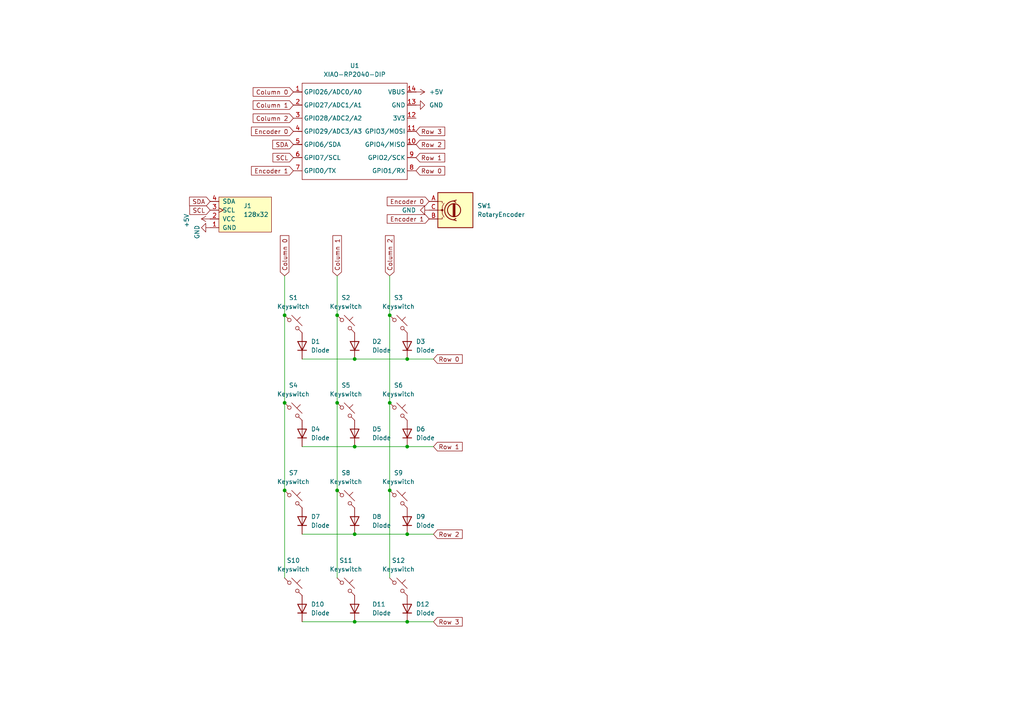
<source format=kicad_sch>
(kicad_sch (version 20231120) (generator "eeschema") (generator_version "8.0")
  (paper "A4")
  (lib_symbols
    (symbol "Device:RotaryEncoder" (pin_names (offset 0.254) hide)
      (property "Reference" "SW" (at 0 6.604 0))
      (property "Value" "RotaryEncoder" (at 0 -6.604 0))
      (symbol "RotaryEncoder_0_1"
        (rectangle (start -5.08 5.08) (end 5.08 -5.08) (stroke (width 0.254)) (fill (type background)))
        (circle (center -3.81 0) (radius 0.254) (fill (type outline)))
        (circle (center -0.381 0) (radius 1.905) (stroke (width 0.254)))
        (arc (start -0.381 2.667) (mid -3.0988 -0.0635) (end -0.381 -2.794) (stroke (width 0.254)))
        (polyline (pts (xy -0.635 -1.778) (xy -0.635 1.778)) (stroke (width 0.254)))
        (polyline (pts (xy -0.381 -1.778) (xy -0.381 1.778)) (stroke (width 0.254)))
        (polyline (pts (xy -0.127 1.778) (xy -0.127 -1.778)) (stroke (width 0.254)))
        (polyline (pts (xy -5.08 -2.54) (xy -3.81 -2.54) (xy -3.81 -2.032)))
        (polyline (pts (xy -5.08 2.54) (xy -3.81 2.54) (xy -3.81 2.032)))
        (polyline (pts (xy 0.254 -3.048) (xy -0.508 -2.794) (xy 0.127 -2.413)) (stroke (width 0.254)))
        (polyline (pts (xy 0.254 2.921) (xy -0.508 2.667) (xy 0.127 2.286)) (stroke (width 0.254)))
        (polyline (pts (xy -5.08 0) (xy -3.81 0) (xy -3.81 -1.016) (xy -3.302 -2.032)))
        (polyline (pts (xy -4.318 0) (xy -3.81 0) (xy -3.81 1.016) (xy -3.302 2.032)))
      )
      (symbol "RotaryEncoder_1_1"
        (pin passive line (at -7.62 2.54 0) (length 2.54) (name "A") (number "A"))
        (pin passive line (at -7.62 -2.54 0) (length 2.54) (name "B") (number "B"))
        (pin passive line (at -7.62 0 0) (length 2.54) (name "C") (number "C"))
      )
    )
    (symbol "OPL:XIAO-RP2040-DIP"
      (property "Reference" "U" (at 0 0 0))
      (property "Value" "XIAO-RP2040-DIP" (at 5.334 -1.778 0))
      (symbol "XIAO-RP2040-DIP_1_0"
        (polyline (pts (xy -1.27 -30.48) (xy -1.27 -16.51)) (stroke (width 0.1524)))
        (polyline (pts (xy -1.27 -27.94) (xy -2.54 -27.94)) (stroke (width 0.1524)))
        (polyline (pts (xy -1.27 -24.13) (xy -2.54 -24.13)) (stroke (width 0.1524)))
        (polyline (pts (xy -1.27 -20.32) (xy -2.54 -20.32)) (stroke (width 0.1524)))
        (polyline (pts (xy -1.27 -16.51) (xy -2.54 -16.51)) (stroke (width 0.1524)))
        (polyline (pts (xy -1.27 -16.51) (xy -1.27 -12.7)) (stroke (width 0.1524)))
        (polyline (pts (xy -1.27 -12.7) (xy -2.54 -12.7)) (stroke (width 0.1524)))
        (polyline (pts (xy -1.27 -12.7) (xy -1.27 -8.89)) (stroke (width 0.1524)))
        (polyline (pts (xy -1.27 -8.89) (xy -2.54 -8.89)) (stroke (width 0.1524)))
        (polyline (pts (xy -1.27 -8.89) (xy -1.27 -5.08)) (stroke (width 0.1524)))
        (polyline (pts (xy -1.27 -5.08) (xy -2.54 -5.08)) (stroke (width 0.1524)))
        (polyline (pts (xy -1.27 -5.08) (xy -1.27 -2.54)) (stroke (width 0.1524)))
        (polyline (pts (xy -1.27 -2.54) (xy 29.21 -2.54)) (stroke (width 0.1524)))
        (polyline (pts (xy 29.21 -30.48) (xy -1.27 -30.48)) (stroke (width 0.1524)))
        (polyline (pts (xy 29.21 -12.7) (xy 29.21 -30.48)) (stroke (width 0.1524)))
        (polyline (pts (xy 29.21 -8.89) (xy 29.21 -12.7)) (stroke (width 0.1524)))
        (polyline (pts (xy 29.21 -5.08) (xy 29.21 -8.89)) (stroke (width 0.1524)))
        (polyline (pts (xy 29.21 -2.54) (xy 29.21 -5.08)) (stroke (width 0.1524)))
        (polyline (pts (xy 30.48 -27.94) (xy 29.21 -27.94)) (stroke (width 0.1524)))
        (polyline (pts (xy 30.48 -24.13) (xy 29.21 -24.13)) (stroke (width 0.1524)))
        (polyline (pts (xy 30.48 -20.32) (xy 29.21 -20.32)) (stroke (width 0.1524)))
        (polyline (pts (xy 30.48 -16.51) (xy 29.21 -16.51)) (stroke (width 0.1524)))
        (polyline (pts (xy 30.48 -12.7) (xy 29.21 -12.7)) (stroke (width 0.1524)))
        (polyline (pts (xy 30.48 -8.89) (xy 29.21 -8.89)) (stroke (width 0.1524)))
        (polyline (pts (xy 30.48 -5.08) (xy 29.21 -5.08)) (stroke (width 0.1524)))
        (pin passive line (at -3.81 -5.08 0) (length 2.54) (name "GPIO26/ADC0/A0") (number "1"))
        (pin passive line (at 31.75 -20.32 180) (length 2.54) (name "GPIO4/MISO") (number "10"))
        (pin passive line (at 31.75 -16.51 180) (length 2.54) (name "GPIO3/MOSI") (number "11"))
        (pin passive line (at 31.75 -12.7 180) (length 2.54) (name "3V3") (number "12"))
        (pin passive line (at 31.75 -8.89 180) (length 2.54) (name "GND") (number "13"))
        (pin passive line (at 31.75 -5.08 180) (length 2.54) (name "VBUS") (number "14"))
        (pin passive line (at -3.81 -8.89 0) (length 2.54) (name "GPIO27/ADC1/A1") (number "2"))
        (pin passive line (at -3.81 -12.7 0) (length 2.54) (name "GPIO28/ADC2/A2") (number "3"))
        (pin passive line (at -3.81 -16.51 0) (length 2.54) (name "GPIO29/ADC3/A3") (number "4"))
        (pin passive line (at -3.81 -20.32 0) (length 2.54) (name "GPIO6/SDA") (number "5"))
        (pin passive line (at -3.81 -24.13 0) (length 2.54) (name "GPIO7/SCL") (number "6"))
        (pin passive line (at -3.81 -27.94 0) (length 2.54) (name "GPIO0/TX") (number "7"))
        (pin passive line (at 31.75 -27.94 180) (length 2.54) (name "GPIO1/RX") (number "8"))
        (pin passive line (at 31.75 -24.13 180) (length 2.54) (name "GPIO2/SCK") (number "9"))
      )
    )
    (symbol "ScottoKeebs:OLED_128x32" (pin_names (offset 1.016))
      (property "Reference" "J" (at 0 -6.35 0))
      (property "Value" "OLED_128x32" (at 0 6.35 0))
      (symbol "OLED_128x32_0_1"
        (rectangle (start 0 5.08) (end 15.24 -5.08) (fill (type background)))
      )
      (symbol "OLED_128x32_1_1"
        (pin power_in line (at -2.54 -3.81 0) (length 2.54) (name "GND") (number "1"))
        (pin power_in line (at -2.54 -1.27 0) (length 2.54) (name "VCC") (number "2"))
        (pin input clock (at -2.54 1.27 0) (length 2.54) (name "SCL") (number "3"))
        (pin bidirectional line (at -2.54 3.81 0) (length 2.54) (name "SDA") (number "4"))
      )
    )
    (symbol "ScottoKeebs:Placeholder_Diode" (pin_numbers hide) (pin_names hide)
      (property "Reference" "D" (at 0 2.54 0))
      (property "Value" "Diode" (at 0 -2.54 0))
      (symbol "Placeholder_Diode_0_1"
        (polyline (pts (xy -1.27 1.27) (xy -1.27 -1.27)) (stroke (width 0.254)))
        (polyline (pts (xy 1.27 0) (xy -1.27 0)))
        (polyline (pts (xy 1.27 1.27) (xy 1.27 -1.27) (xy -1.27 0) (xy 1.27 1.27)) (stroke (width 0.254)))
      )
      (symbol "Placeholder_Diode_1_1"
        (pin passive line (at -3.81 0 0) (length 2.54) (name "K") (number "1"))
        (pin passive line (at 3.81 0 180) (length 2.54) (name "A") (number "2"))
      )
    )
    (symbol "ScottoKeebs:Placeholder_Keyswitch" (pin_numbers hide) (pin_names (offset 1.016) hide)
      (property "Reference" "S" (at 3.048 1.016 0))
      (property "Value" "Keyswitch" (at 0 -3.81 0))
      (symbol "Placeholder_Keyswitch_0_1"
        (circle (center -1.1684 1.1684) (radius 0.508))
        (polyline (pts (xy -0.508 2.54) (xy 2.54 -0.508)))
        (polyline (pts (xy 1.016 1.016) (xy 2.032 2.032)))
        (polyline (pts (xy -2.54 2.54) (xy -1.524 1.524) (xy -1.524 1.524)))
        (polyline (pts (xy 1.524 -1.524) (xy 2.54 -2.54) (xy 2.54 -2.54) (xy 2.54 -2.54)))
        (circle (center 1.143 -1.1938) (radius 0.508))
        (pin passive line (at -2.54 2.54 0) (length 0) (name "1") (number "1"))
        (pin passive line (at 2.54 -2.54 180) (length 0) (name "2") (number "2"))
      )
    )
    (symbol "power:+5V" (power) (pin_numbers hide) (pin_names (offset 0) hide)
      (property "Value" "+5V" (at 0 3.556 0))
      (symbol "+5V_0_1"
        (polyline (pts (xy -0.762 1.27) (xy 0 2.54)))
        (polyline (pts (xy 0 0) (xy 0 2.54)))
        (polyline (pts (xy 0 2.54) (xy 0.762 1.27)))
      )
      (symbol "+5V_1_1"
        (pin power_in line (at 0 0 90) (length 0) (name "~") (number "1"))
      )
    )
    (symbol "power:GND" (power) (pin_numbers hide) (pin_names (offset 0) hide)
      (property "Value" "GND" (at 0 -3.81 0))
      (symbol "GND_0_1"
        (polyline (pts (xy 0 0) (xy 0 -1.27) (xy 1.27 -1.27) (xy 0 -2.54) (xy -1.27 -1.27) (xy 0 -1.27)))
      )
      (symbol "GND_1_1"
        (pin power_in line (at 0 0 270) (length 0) (name "~") (number "1"))
      )
    )
  )
  (junction (at 118.11 104.14))
  (junction (at 97.79 116.84))
  (junction (at 82.55 142.24))
  (junction (at 82.55 116.84))
  (junction (at 102.87 180.34))
  (junction (at 118.11 154.94))
  (junction (at 118.11 180.34))
  (junction (at 118.11 129.54))
  (junction (at 82.55 91.44))
  (junction (at 102.87 104.14))
  (junction (at 113.03 91.44))
  (junction (at 97.79 91.44))
  (junction (at 97.79 142.24))
  (junction (at 102.87 154.94))
  (junction (at 113.03 142.24))
  (junction (at 113.03 116.84))
  (junction (at 102.87 129.54))
  (wire (pts (xy 87.63 129.54) (xy 102.87 129.54)))
  (wire (pts (xy 97.79 91.44) (xy 97.79 116.84)))
  (wire (pts (xy 87.63 104.14) (xy 102.87 104.14)))
  (wire (pts (xy 97.79 80.01) (xy 97.79 91.44)))
  (wire (pts (xy 82.55 116.84) (xy 82.55 142.24)))
  (wire (pts (xy 102.87 154.94) (xy 118.11 154.94)))
  (wire (pts (xy 102.87 104.14) (xy 118.11 104.14)))
  (wire (pts (xy 87.63 154.94) (xy 102.87 154.94)))
  (wire (pts (xy 102.87 129.54) (xy 118.11 129.54)))
  (wire (pts (xy 113.03 91.44) (xy 113.03 116.84)))
  (wire (pts (xy 118.11 129.54) (xy 125.73 129.54)))
  (wire (pts (xy 113.03 80.01) (xy 113.03 91.44)))
  (wire (pts (xy 113.03 116.84) (xy 113.03 142.24)))
  (wire (pts (xy 87.63 180.34) (xy 102.87 180.34)))
  (wire (pts (xy 113.03 142.24) (xy 113.03 167.64)))
  (wire (pts (xy 82.55 91.44) (xy 82.55 116.84)))
  (wire (pts (xy 82.55 80.01) (xy 82.55 91.44)))
  (wire (pts (xy 118.11 180.34) (xy 125.73 180.34)))
  (wire (pts (xy 118.11 104.14) (xy 125.73 104.14)))
  (wire (pts (xy 97.79 116.84) (xy 97.79 142.24)))
  (wire (pts (xy 97.79 142.24) (xy 97.79 167.64)))
  (wire (pts (xy 82.55 142.24) (xy 82.55 167.64)))
  (wire (pts (xy 102.87 180.34) (xy 118.11 180.34)))
  (wire (pts (xy 118.11 154.94) (xy 125.73 154.94)))
  (global_label "Column 1" (shape input) (at 97.79 80.01 90) (property "Intersheetrefs" "${INTERSHEET_REFS}" (effects (hide yes))))
  (global_label "Row 2" (shape input) (at 125.73 154.94 0) (property "Intersheetrefs" "${INTERSHEET_REFS}" (effects (hide yes))))
  (global_label "SCL" (shape input) (at 60.96 60.96 180) (property "Intersheetrefs" "${INTERSHEET_REFS}" (effects (hide yes))))
  (global_label "Encoder 1" (shape input) (at 85.09 49.53 180) (property "Intersheetrefs" "${INTERSHEET_REFS}" (effects (hide yes))))
  (global_label "Column 1" (shape input) (at 85.09 30.48 180) (property "Intersheetrefs" "${INTERSHEET_REFS}" (effects (hide yes))))
  (global_label "SCL" (shape input) (at 85.09 45.72 180) (property "Intersheetrefs" "${INTERSHEET_REFS}" (effects (hide yes))))
  (global_label "SDA" (shape input) (at 60.96 58.42 180) (property "Intersheetrefs" "${INTERSHEET_REFS}" (effects (hide yes))))
  (global_label "Encoder 0" (shape input) (at 85.09 38.1 180) (property "Intersheetrefs" "${INTERSHEET_REFS}" (effects (hide yes))))
  (global_label "Row 1" (shape input) (at 125.73 129.54 0) (property "Intersheetrefs" "${INTERSHEET_REFS}" (effects (hide yes))))
  (global_label "Row 3" (shape input) (at 125.73 180.34 0) (property "Intersheetrefs" "${INTERSHEET_REFS}" (effects (hide yes))))
  (global_label "Column 2" (shape input) (at 113.03 80.01 90) (property "Intersheetrefs" "${INTERSHEET_REFS}" (effects (hide yes))))
  (global_label "Column 2" (shape input) (at 85.09 34.29 180) (property "Intersheetrefs" "${INTERSHEET_REFS}" (effects (hide yes))))
  (global_label "SDA" (shape input) (at 85.09 41.91 180) (property "Intersheetrefs" "${INTERSHEET_REFS}" (effects (hide yes))))
  (global_label "Row 2" (shape input) (at 120.65 41.91 0) (property "Intersheetrefs" "${INTERSHEET_REFS}" (effects (hide yes))))
  (global_label "Column 0" (shape input) (at 85.09 26.67 180) (property "Intersheetrefs" "${INTERSHEET_REFS}" (effects (hide yes))))
  (global_label "Row 0" (shape input) (at 120.65 49.53 0) (property "Intersheetrefs" "${INTERSHEET_REFS}" (effects (hide yes))))
  (global_label "Column 0" (shape input) (at 82.55 80.01 90) (property "Intersheetrefs" "${INTERSHEET_REFS}" (effects (hide yes))))
  (global_label "Row 3" (shape input) (at 120.65 38.1 0) (property "Intersheetrefs" "${INTERSHEET_REFS}" (effects (hide yes))))
  (global_label "Row 0" (shape input) (at 125.73 104.14 0) (property "Intersheetrefs" "${INTERSHEET_REFS}" (effects (hide yes))))
  (global_label "Encoder 0" (shape input) (at 124.46 58.42 180) (property "Intersheetrefs" "${INTERSHEET_REFS}" (effects (hide yes))))
  (global_label "Row 1" (shape input) (at 120.65 45.72 0) (property "Intersheetrefs" "${INTERSHEET_REFS}" (effects (hide yes))))
  (global_label "Encoder 1" (shape input) (at 124.46 63.5 180) (property "Intersheetrefs" "${INTERSHEET_REFS}" (effects (hide yes))))
  (symbol (lib_id "ScottoKeebs:Placeholder_Diode") (at 87.63 125.73 90) (unit 1)
    (property "Reference" "D4" (at 90.17 124.4599 90) (effects (justify right)))
    (property "Value" "Diode" (at 90.17 126.9999 90) (effects (justify right)))
    (property "Footprint" "ScottoKeebs_Components:Diode_DO-35" (effects (hide yes)))
    (property "Description" "1N4148 (DO-35) or 1N4148W (SOD-123)" (effects (hide yes)))
    (property "Sim.Device" "D" (effects (hide yes)))
    (property "Sim.Pins" "1=K 2=A" (effects (hide yes)))
  )
  (symbol (lib_id "power:GND") (at 124.46 60.96 270) (unit 1)
    (property "Reference" "#PWR01" (effects (hide yes)))
    (property "Value" "GND" (at 120.65 60.9599 90) (effects (justify right)))
    (property "Description" "Power symbol creates a global label with name \"GND\" , ground" (effects (hide yes)))
  )
  (symbol (lib_id "ScottoKeebs:Placeholder_Diode") (at 118.11 176.53 90) (unit 1)
    (property "Reference" "D12" (at 120.65 175.2599 90) (effects (justify right)))
    (property "Value" "Diode" (at 120.65 177.7999 90) (effects (justify right)))
    (property "Footprint" "ScottoKeebs_Components:Diode_DO-35" (effects (hide yes)))
    (property "Description" "1N4148 (DO-35) or 1N4148W (SOD-123)" (effects (hide yes)))
    (property "Sim.Device" "D" (effects (hide yes)))
    (property "Sim.Pins" "1=K 2=A" (effects (hide yes)))
  )
  (symbol (lib_id "ScottoKeebs:Placeholder_Keyswitch") (at 85.09 119.38 0) (unit 1)
    (property "Reference" "S4" (at 85.09 111.76 0))
    (property "Value" "Keyswitch" (at 85.09 114.3 0))
    (property "Footprint" "MX_Solderable:MX-Solderable-1U" (effects (hide yes)))
    (property "Description" "Push button switch, normally open, two pins, 45° tilted" (effects (hide yes)))
  )
  (symbol (lib_id "ScottoKeebs:Placeholder_Keyswitch") (at 100.33 93.98 0) (unit 1)
    (property "Reference" "S2" (at 100.33 86.36 0))
    (property "Value" "Keyswitch" (at 100.33 88.9 0))
    (property "Footprint" "MX_Solderable:MX-Solderable-1U" (effects (hide yes)))
    (property "Description" "Push button switch, normally open, two pins, 45° tilted" (effects (hide yes)))
  )
  (symbol (lib_id "OPL:XIAO-RP2040-DIP") (at 88.9 21.59 0) (unit 1)
    (property "Reference" "U1" (at 102.87 19.05 0))
    (property "Value" "XIAO-RP2040-DIP" (at 102.87 21.59 0))
    (property "Footprint" "OPL:XIAO-RP2040-DIP" (effects (hide yes)))
  )
  (symbol (lib_id "ScottoKeebs:Placeholder_Keyswitch") (at 115.57 93.98 0) (unit 1)
    (property "Reference" "S3" (at 115.57 86.36 0))
    (property "Value" "Keyswitch" (at 115.57 88.9 0))
    (property "Footprint" "MX_Solderable:MX-Solderable-1U" (effects (hide yes)))
    (property "Description" "Push button switch, normally open, two pins, 45° tilted" (effects (hide yes)))
  )
  (symbol (lib_id "ScottoKeebs:Placeholder_Keyswitch") (at 100.33 170.18 0) (unit 1)
    (property "Reference" "S11" (at 100.33 162.56 0))
    (property "Value" "Keyswitch" (at 100.33 165.1 0))
    (property "Footprint" "MX_Solderable:MX-Solderable-1U" (effects (hide yes)))
    (property "Description" "Push button switch, normally open, two pins, 45° tilted" (effects (hide yes)))
  )
  (symbol (lib_id "power:+5V") (at 60.96 63.5 90) (unit 1)
    (property "Reference" "#PWR09" (effects (hide yes)))
    (property "Value" "+5V" (at 54.102 64.008 0))
    (property "Description" "Power symbol creates a global label with name \"+5V\"" (effects (hide yes)))
  )
  (symbol (lib_id "ScottoKeebs:Placeholder_Diode") (at 87.63 151.13 90) (unit 1)
    (property "Reference" "D7" (at 90.17 149.8599 90) (effects (justify right)))
    (property "Value" "Diode" (at 90.17 152.3999 90) (effects (justify right)))
    (property "Footprint" "ScottoKeebs_Components:Diode_DO-35" (effects (hide yes)))
    (property "Description" "1N4148 (DO-35) or 1N4148W (SOD-123)" (effects (hide yes)))
    (property "Sim.Device" "D" (effects (hide yes)))
    (property "Sim.Pins" "1=K 2=A" (effects (hide yes)))
  )
  (symbol (lib_id "ScottoKeebs:Placeholder_Diode") (at 87.63 176.53 90) (unit 1)
    (property "Reference" "D10" (at 90.17 175.2599 90) (effects (justify right)))
    (property "Value" "Diode" (at 90.17 177.7999 90) (effects (justify right)))
    (property "Footprint" "ScottoKeebs_Components:Diode_DO-35" (effects (hide yes)))
    (property "Description" "1N4148 (DO-35) or 1N4148W (SOD-123)" (effects (hide yes)))
    (property "Sim.Device" "D" (effects (hide yes)))
    (property "Sim.Pins" "1=K 2=A" (effects (hide yes)))
  )
  (symbol (lib_id "ScottoKeebs:Placeholder_Keyswitch") (at 115.57 144.78 0) (unit 1)
    (property "Reference" "S9" (at 115.57 137.16 0))
    (property "Value" "Keyswitch" (at 115.57 139.7 0))
    (property "Footprint" "MX_Solderable:MX-Solderable-1U" (effects (hide yes)))
    (property "Description" "Push button switch, normally open, two pins, 45° tilted" (effects (hide yes)))
  )
  (symbol (lib_id "ScottoKeebs:Placeholder_Keyswitch") (at 85.09 170.18 0) (unit 1)
    (property "Reference" "S10" (at 85.09 162.56 0))
    (property "Value" "Keyswitch" (at 85.09 165.1 0))
    (property "Footprint" "MX_Solderable:MX-Solderable-1U" (effects (hide yes)))
    (property "Description" "Push button switch, normally open, two pins, 45° tilted" (effects (hide yes)))
  )
  (symbol (lib_id "ScottoKeebs:Placeholder_Diode") (at 102.87 100.33 90) (unit 1)
    (property "Reference" "D2" (at 107.95 99.0599 90) (effects (justify right)))
    (property "Value" "Diode" (at 107.95 101.5999 90) (effects (justify right)))
    (property "Footprint" "ScottoKeebs_Components:Diode_DO-35" (effects (hide yes)))
    (property "Description" "1N4148 (DO-35) or 1N4148W (SOD-123)" (effects (hide yes)))
    (property "Sim.Device" "D" (effects (hide yes)))
    (property "Sim.Pins" "1=K 2=A" (effects (hide yes)))
  )
  (symbol (lib_id "ScottoKeebs:Placeholder_Diode") (at 102.87 125.73 90) (unit 1)
    (property "Reference" "D5" (at 107.95 124.4599 90) (effects (justify right)))
    (property "Value" "Diode" (at 107.95 126.9999 90) (effects (justify right)))
    (property "Footprint" "ScottoKeebs_Components:Diode_DO-35" (effects (hide yes)))
    (property "Description" "1N4148 (DO-35) or 1N4148W (SOD-123)" (effects (hide yes)))
    (property "Sim.Device" "D" (effects (hide yes)))
    (property "Sim.Pins" "1=K 2=A" (effects (hide yes)))
  )
  (symbol (lib_id "ScottoKeebs:Placeholder_Keyswitch") (at 100.33 119.38 0) (unit 1)
    (property "Reference" "S5" (at 100.33 111.76 0))
    (property "Value" "Keyswitch" (at 100.33 114.3 0))
    (property "Footprint" "MX_Solderable:MX-Solderable-1U" (effects (hide yes)))
    (property "Description" "Push button switch, normally open, two pins, 45° tilted" (effects (hide yes)))
  )
  (symbol (lib_id "ScottoKeebs:Placeholder_Diode") (at 118.11 125.73 90) (unit 1)
    (property "Reference" "D6" (at 120.65 124.4599 90) (effects (justify right)))
    (property "Value" "Diode" (at 120.65 126.9999 90) (effects (justify right)))
    (property "Footprint" "ScottoKeebs_Components:Diode_DO-35" (effects (hide yes)))
    (property "Description" "1N4148 (DO-35) or 1N4148W (SOD-123)" (effects (hide yes)))
    (property "Sim.Device" "D" (effects (hide yes)))
    (property "Sim.Pins" "1=K 2=A" (effects (hide yes)))
  )
  (symbol (lib_id "ScottoKeebs:Placeholder_Diode") (at 102.87 151.13 90) (unit 1)
    (property "Reference" "D8" (at 107.95 149.8599 90) (effects (justify right)))
    (property "Value" "Diode" (at 107.95 152.3999 90) (effects (justify right)))
    (property "Footprint" "ScottoKeebs_Components:Diode_DO-35" (effects (hide yes)))
    (property "Description" "1N4148 (DO-35) or 1N4148W (SOD-123)" (effects (hide yes)))
    (property "Sim.Device" "D" (effects (hide yes)))
    (property "Sim.Pins" "1=K 2=A" (effects (hide yes)))
  )
  (symbol (lib_id "ScottoKeebs:Placeholder_Keyswitch") (at 115.57 170.18 0) (unit 1)
    (property "Reference" "S12" (at 115.57 162.56 0))
    (property "Value" "Keyswitch" (at 115.57 165.1 0))
    (property "Footprint" "MX_Solderable:MX-Solderable-1U" (effects (hide yes)))
    (property "Description" "Push button switch, normally open, two pins, 45° tilted" (effects (hide yes)))
  )
  (symbol (lib_id "power:+5V") (at 120.65 26.67 270) (unit 1)
    (property "Reference" "#PWR08" (effects (hide yes)))
    (property "Value" "+5V" (at 124.46 26.6699 90) (effects (justify left)))
    (property "Description" "Power symbol creates a global label with name \"+5V\"" (effects (hide yes)))
  )
  (symbol (lib_id "ScottoKeebs:Placeholder_Keyswitch") (at 85.09 93.98 0) (unit 1)
    (property "Reference" "S1" (at 85.09 86.36 0))
    (property "Value" "Keyswitch" (at 85.09 88.9 0))
    (property "Footprint" "MX_Solderable:MX-Solderable-1U" (effects (hide yes)))
    (property "Description" "Push button switch, normally open, two pins, 45° tilted" (effects (hide yes)))
  )
  (symbol (lib_id "ScottoKeebs:Placeholder_Keyswitch") (at 100.33 144.78 0) (unit 1)
    (property "Reference" "S8" (at 100.33 137.16 0))
    (property "Value" "Keyswitch" (at 100.33 139.7 0))
    (property "Footprint" "MX_Solderable:MX-Solderable-1U" (effects (hide yes)))
    (property "Description" "Push button switch, normally open, two pins, 45° tilted" (effects (hide yes)))
  )
  (symbol (lib_id "ScottoKeebs:Placeholder_Diode") (at 102.87 176.53 90) (unit 1)
    (property "Reference" "D11" (at 107.95 175.2599 90) (effects (justify right)))
    (property "Value" "Diode" (at 107.95 177.7999 90) (effects (justify right)))
    (property "Footprint" "ScottoKeebs_Components:Diode_DO-35" (effects (hide yes)))
    (property "Description" "1N4148 (DO-35) or 1N4148W (SOD-123)" (effects (hide yes)))
    (property "Sim.Device" "D" (effects (hide yes)))
    (property "Sim.Pins" "1=K 2=A" (effects (hide yes)))
  )
  (symbol (lib_id "ScottoKeebs:Placeholder_Diode") (at 118.11 100.33 90) (unit 1)
    (property "Reference" "D3" (at 120.65 99.0599 90) (effects (justify right)))
    (property "Value" "Diode" (at 120.65 101.5999 90) (effects (justify right)))
    (property "Footprint" "ScottoKeebs_Components:Diode_DO-35" (effects (hide yes)))
    (property "Description" "1N4148 (DO-35) or 1N4148W (SOD-123)" (effects (hide yes)))
    (property "Sim.Device" "D" (effects (hide yes)))
    (property "Sim.Pins" "1=K 2=A" (effects (hide yes)))
  )
  (symbol (lib_id "ScottoKeebs:Placeholder_Keyswitch") (at 85.09 144.78 0) (unit 1)
    (property "Reference" "S7" (at 85.09 137.16 0))
    (property "Value" "Keyswitch" (at 85.09 139.7 0))
    (property "Footprint" "MX_Solderable:MX-Solderable-1U" (effects (hide yes)))
    (property "Description" "Push button switch, normally open, two pins, 45° tilted" (effects (hide yes)))
  )
  (symbol (lib_id "power:GND") (at 120.65 30.48 90) (unit 1)
    (property "Reference" "#PWR06" (effects (hide yes)))
    (property "Value" "GND" (at 124.46 30.4799 90) (effects (justify right)))
    (property "Description" "Power symbol creates a global label with name \"GND\" , ground" (effects (hide yes)))
  )
  (symbol (lib_id "ScottoKeebs:Placeholder_Diode") (at 118.11 151.13 90) (unit 1)
    (property "Reference" "D9" (at 120.65 149.8599 90) (effects (justify right)))
    (property "Value" "Diode" (at 120.65 152.3999 90) (effects (justify right)))
    (property "Footprint" "ScottoKeebs_Components:Diode_DO-35" (effects (hide yes)))
    (property "Description" "1N4148 (DO-35) or 1N4148W (SOD-123)" (effects (hide yes)))
    (property "Sim.Device" "D" (effects (hide yes)))
    (property "Sim.Pins" "1=K 2=A" (effects (hide yes)))
  )
  (symbol (lib_id "power:GND") (at 60.96 66.04 270) (unit 1)
    (property "Reference" "#PWR010" (effects (hide yes)))
    (property "Value" "GND" (at 57.15 67.31 0))
    (property "Description" "Power symbol creates a global label with name \"GND\" , ground" (effects (hide yes)))
  )
  (symbol (lib_id "ScottoKeebs:OLED_128x32") (at 63.5 62.23 0) (unit 1)
    (property "Reference" "J1" (at 70.612 59.69 0) (effects (justify left)))
    (property "Value" "128x32" (at 70.612 62.23 0) (effects (justify left)))
    (property "Footprint" "ScottoKeebs_Components:OLED_128x32" (effects (hide yes)))
  )
  (symbol (lib_id "ScottoKeebs:Placeholder_Diode") (at 87.63 100.33 90) (unit 1)
    (property "Reference" "D1" (at 90.17 99.0599 90) (effects (justify right)))
    (property "Value" "Diode" (at 90.17 101.5999 90) (effects (justify right)))
    (property "Footprint" "ScottoKeebs_Components:Diode_DO-35" (effects (hide yes)))
    (property "Description" "1N4148 (DO-35) or 1N4148W (SOD-123)" (effects (hide yes)))
    (property "Sim.Device" "D" (effects (hide yes)))
    (property "Sim.Pins" "1=K 2=A" (effects (hide yes)))
  )
  (symbol (lib_id "ScottoKeebs:Placeholder_Keyswitch") (at 115.57 119.38 0) (unit 1)
    (property "Reference" "S6" (at 115.57 111.76 0))
    (property "Value" "Keyswitch" (at 115.57 114.3 0))
    (property "Footprint" "MX_Solderable:MX-Solderable-1U" (effects (hide yes)))
    (property "Description" "Push button switch, normally open, two pins, 45° tilted" (effects (hide yes)))
  )
  (symbol (lib_id "Device:RotaryEncoder") (at 132.08 60.96 0) (unit 1)
    (property "Reference" "SW1" (at 138.43 59.6899 0) (effects (justify left)))
    (property "Value" "RotaryEncoder" (at 138.43 62.2299 0) (effects (justify left)))
    (property "Footprint" "Rotary_Encoder:RotaryEncoder_Alps_EC11E_Vertical_H20mm_CircularMountingHoles" (effects (hide yes)))
    (property "Description" "Rotary encoder, dual channel, incremental quadrate outputs" (effects (hide yes)))
  )
)
</source>
